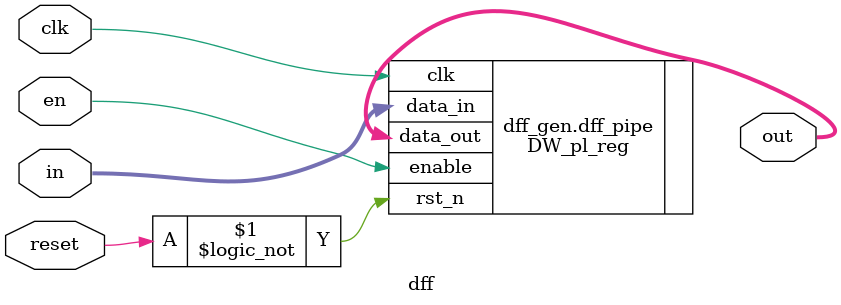
<source format=sv>
/*
 This is a Genesis wrapper of DW pipeline regs with en signal.
 */

/* ***************************************************************************
 * Change bar:
 * -----------
 * Date           Author    Description
 * Sep 20, 2012   jingpu    init version
 *
 * ***************************************************************************/

module dff
#(
    parameter WIDTH = 64, // Signal bit widths
    parameter PIPE_DEPTH = 1, // Pipeline depth
    parameter RETIME_STATUS = 0 // Pipeline Is Retimeable
)
(
    input logic [WIDTH - 1:0]  in,
    input logic clk,
    input logic reset,
    input logic en,
    output logic [WIDTH - 1:0] out
);

// Compiler pragmas for retiming
   /* synopsys dc_tcl_script_begin
       set_ungroup [current_design] true
       set_flatten true -effort high -phase true -design [current_design]
       set_dont_retime [current_design] true
       set_optimize_registers false -design [current_design]
    */

generate
if (PIPE_DEPTH > 0) begin : dff_gen

    DW_pl_reg
    #(
        .stages     (PIPE_DEPTH + 1 ),
        .in_reg     (0              ),
        .out_reg    (0              ),
        .width      (WIDTH          ),
        .rst_mode   (0              )
    )
    dff_pipe
    (
        .clk        (clk                ),
        .rst_n      (!reset             ),
        .data_in    (in                 ),
        .data_out   (out                ),
        .enable     ({PIPE_DEPTH{en}})
    );

end 
else begin
    assign out = in & (~{WIDTH{reset}});
end
endgenerate

endmodule

</source>
